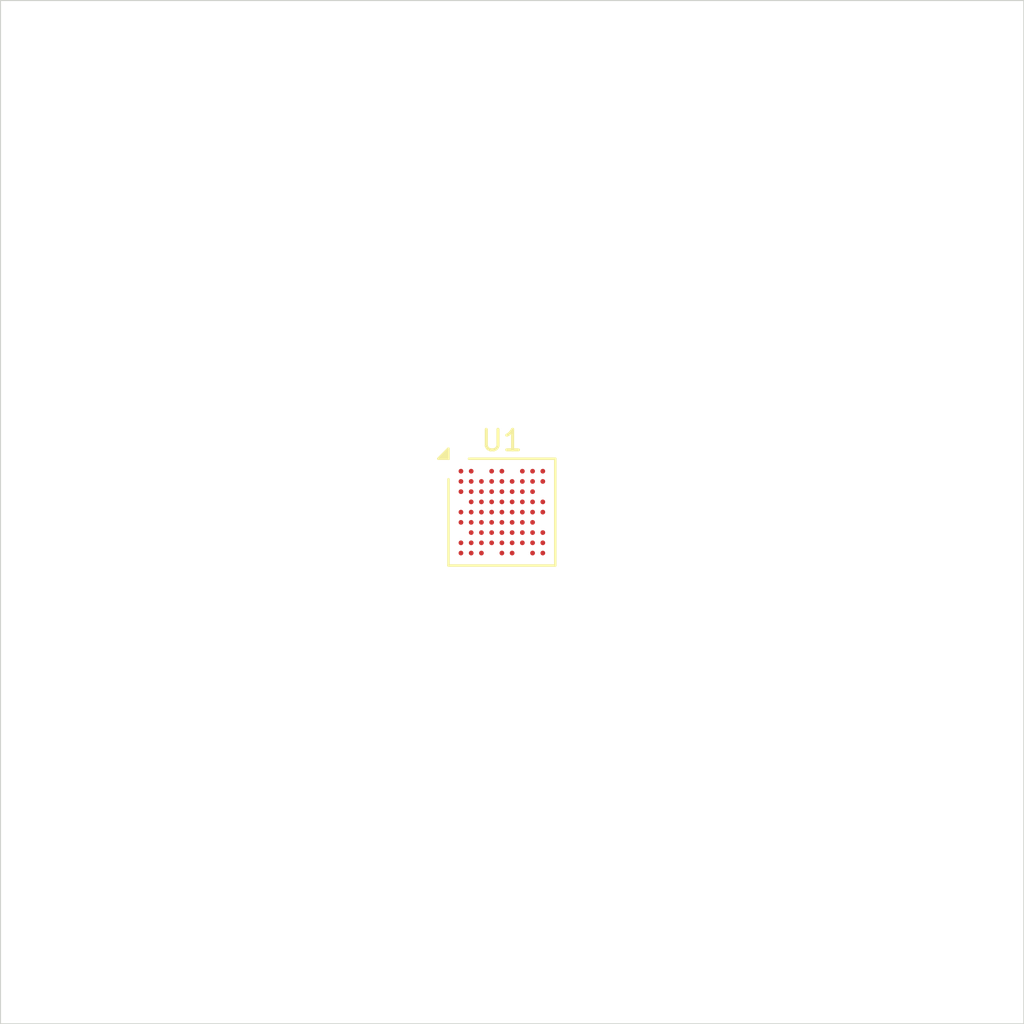
<source format=kicad_pcb>
(kicad_pcb (version 20240108) (generator "pcbnew") (generator_version "8.0")
  (layers (0 "F.Cu" signal) (31 "B.Cu" signal) (34 "B.Paste" user) (35 "F.Paste" user) (36 "B.SilkS" user "B.Silkscreen") (37 "F.SilkS" user "F.Silkscreen") (38 "B.Mask" user) (39 "F.Mask" user) (44 "Edge.Cuts" user))
  (net 0 "")
  (net 3 "Net-(U1-VSSRF-PadG6)")
  (net 7 "Net-(U1-VSS-PadB7)")
  (footprint "Package_BGA:ST_UFBGA-73_5x5mm_Layout9x9_P0.5mm" (layer "F.Cu") (at 144.5 105)
    (property "Reference" "U1" (at 0 -3.5 0) (layer "F.SilkS"))
    (property "Value" "STM32WL55JCIx")
    (fp_line (start -2.61 2.61) (end -2.61 -1.61) (stroke (width 0.12)) (layer "F.SilkS"))
    (fp_line (start -1.61 -2.61) (end 2.61 -2.61) (stroke (width 0.12)) (layer "F.SilkS"))
    (fp_line (start 2.61 -2.61) (end 2.61 2.61) (stroke (width 0.12)) (layer "F.SilkS"))
    (fp_line (start 2.61 2.61) (end -2.61 2.61) (stroke (width 0.12)) (layer "F.SilkS"))
    (fp_poly (pts (xy -2.61 -2.61) (xy -3.11 -2.61) (xy -2.61 -3.11) (xy -2.61 -2.61)) (stroke (width 0.12)) (fill solid) (layer "F.SilkS"))
    (pad "A1" smd circle (at -2 -2) (size 0.23 0.23) (property pad_prop_bga) (layers "F.Cu" "F.Paste" "F.Mask"))
    (pad "A2" smd circle (at -1.5 -2) (size 0.23 0.23) (property pad_prop_bga) (layers "F.Cu" "F.Paste" "F.Mask"))
    (pad "A4" smd circle (at -0.5 -2) (size 0.23 0.23) (property pad_prop_bga) (layers "F.Cu" "F.Paste" "F.Mask"))
    (pad "A5" smd circle (at 0 -2) (size 0.23 0.23) (property pad_prop_bga) (layers "F.Cu" "F.Paste" "F.Mask"))
    (pad "A7" smd circle (at 1 -2) (size 0.23 0.23) (property pad_prop_bga) (layers "F.Cu" "F.Paste" "F.Mask"))
    (pad "A8" smd circle (at 1.5 -2) (size 0.23 0.23) (property pad_prop_bga) (layers "F.Cu" "F.Paste" "F.Mask"))
    (pad "A9" smd circle (at 2 -2) (size 0.23 0.23) (property pad_prop_bga) (layers "F.Cu" "F.Paste" "F.Mask"))
    (pad "B1" smd circle (at -2 -1.5) (size 0.23 0.23) (property pad_prop_bga) (layers "F.Cu" "F.Paste" "F.Mask"))
    (pad "B2" smd circle (at -1.5 -1.5) (size 0.23 0.23) (property pad_prop_bga) (layers "F.Cu" "F.Paste" "F.Mask"))
    (pad "B3" smd circle (at -1 -1.5) (size 0.23 0.23) (property pad_prop_bga) (layers "F.Cu" "F.Paste" "F.Mask"))
    (pad "B4" smd circle (at -0.5 -1.5) (size 0.23 0.23) (property pad_prop_bga) (layers "F.Cu" "F.Paste" "F.Mask"))
    (pad "B5" smd circle (at 0 -1.5) (size 0.23 0.23) (property pad_prop_bga) (layers "F.Cu" "F.Paste" "F.Mask"))
    (pad "B6" smd circle (at 0.5 -1.5) (size 0.23 0.23) (property pad_prop_bga) (layers "F.Cu" "F.Paste" "F.Mask"))
    (pad "B7" smd circle (at 1 -1.5) (size 0.23 0.23) (property pad_prop_bga) (layers "F.Cu" "F.Paste" "F.Mask") (net 7 "Net-(U1-VSS-PadB7)"))
    (pad "B8" smd circle (at 1.5 -1.5) (size 0.23 0.23) (property pad_prop_bga) (layers "F.Cu" "F.Paste" "F.Mask"))
    (pad "B9" smd circle (at 2 -1.5) (size 0.23 0.23) (property pad_prop_bga) (layers "F.Cu" "F.Paste" "F.Mask"))
    (pad "C1" smd circle (at -2 -1) (size 0.23 0.23) (property pad_prop_bga) (layers "F.Cu" "F.Paste" "F.Mask"))
    (pad "C2" smd circle (at -1.5 -1) (size 0.23 0.23) (property pad_prop_bga) (layers "F.Cu" "F.Paste" "F.Mask"))
    (pad "C3" smd circle (at -1 -1) (size 0.23 0.23) (property pad_prop_bga) (layers "F.Cu" "F.Paste" "F.Mask"))
    (pad "C4" smd circle (at -0.5 -1) (size 0.23 0.23) (property pad_prop_bga) (layers "F.Cu" "F.Paste" "F.Mask"))
    (pad "C5" smd circle (at 0 -1) (size 0.23 0.23) (property pad_prop_bga) (layers "F.Cu" "F.Paste" "F.Mask"))
    (pad "C6" smd circle (at 0.5 -1) (size 0.23 0.23) (property pad_prop_bga) (layers "F.Cu" "F.Paste" "F.Mask"))
    (pad "C7" smd circle (at 1 -1) (size 0.23 0.23) (property pad_prop_bga) (layers "F.Cu" "F.Paste" "F.Mask"))
    (pad "C8" smd circle (at 1.5 -1) (size 0.23 0.23) (property pad_prop_bga) (layers "F.Cu" "F.Paste" "F.Mask"))
    (pad "D2" smd circle (at -1.5 -0.5) (size 0.23 0.23) (property pad_prop_bga) (layers "F.Cu" "F.Paste" "F.Mask"))
    (pad "D3" smd circle (at -1 -0.5) (size 0.23 0.23) (property pad_prop_bga) (layers "F.Cu" "F.Paste" "F.Mask"))
    (pad "D4" smd circle (at -0.5 -0.5) (size 0.23 0.23) (property pad_prop_bga) (layers "F.Cu" "F.Paste" "F.Mask"))
    (pad "D5" smd circle (at 0 -0.5) (size 0.23 0.23) (property pad_prop_bga) (layers "F.Cu" "F.Paste" "F.Mask"))
    (pad "D6" smd circle (at 0.5 -0.5) (size 0.23 0.23) (property pad_prop_bga) (layers "F.Cu" "F.Paste" "F.Mask"))
    (pad "D7" smd circle (at 1 -0.5) (size 0.23 0.23) (property pad_prop_bga) (layers "F.Cu" "F.Paste" "F.Mask"))
    (pad "D8" smd circle (at 1.5 -0.5) (size 0.23 0.23) (property pad_prop_bga) (layers "F.Cu" "F.Paste" "F.Mask"))
    (pad "D9" smd circle (at 2 -0.5) (size 0.23 0.23) (property pad_prop_bga) (layers "F.Cu" "F.Paste" "F.Mask") (net 7 "Net-(U1-VSS-PadB7)"))
    (pad "E1" smd circle (at -2 0) (size 0.23 0.23) (property pad_prop_bga) (layers "F.Cu" "F.Paste" "F.Mask"))
    (pad "E2" smd circle (at -1.5 0) (size 0.23 0.23) (property pad_prop_bga) (layers "F.Cu" "F.Paste" "F.Mask"))
    (pad "E3" smd circle (at -1 0) (size 0.23 0.23) (property pad_prop_bga) (layers "F.Cu" "F.Paste" "F.Mask") (net 7 "Net-(U1-VSS-PadB7)"))
    (pad "E4" smd circle (at -0.5 0) (size 0.23 0.23) (property pad_prop_bga) (layers "F.Cu" "F.Paste" "F.Mask"))
    (pad "E5" smd circle (at 0 0) (size 0.23 0.23) (property pad_prop_bga) (layers "F.Cu" "F.Paste" "F.Mask"))
    (pad "E6" smd circle (at 0.5 0) (size 0.23 0.23) (property pad_prop_bga) (layers "F.Cu" "F.Paste" "F.Mask"))
    (pad "E7" smd circle (at 1 0) (size 0.23 0.23) (property pad_prop_bga) (layers "F.Cu" "F.Paste" "F.Mask"))
    (pad "E8" smd circle (at 1.5 0) (size 0.23 0.23) (property pad_prop_bga) (layers "F.Cu" "F.Paste" "F.Mask"))
    (pad "E9" smd circle (at 2 0) (size 0.23 0.23) (property pad_prop_bga) (layers "F.Cu" "F.Paste" "F.Mask"))
    (pad "F1" smd circle (at -2 0.5) (size 0.23 0.23) (property pad_prop_bga) (layers "F.Cu" "F.Paste" "F.Mask"))
    (pad "F2" smd circle (at -1.5 0.5) (size 0.23 0.23) (property pad_prop_bga) (layers "F.Cu" "F.Paste" "F.Mask"))
    (pad "F3" smd circle (at -1 0.5) (size 0.23 0.23) (property pad_prop_bga) (layers "F.Cu" "F.Paste" "F.Mask"))
    (pad "F4" smd circle (at -0.5 0.5) (size 0.23 0.23) (property pad_prop_bga) (layers "F.Cu" "F.Paste" "F.Mask"))
    (pad "F5" smd circle (at 0 0.5) (size 0.23 0.23) (property pad_prop_bga) (layers "F.Cu" "F.Paste" "F.Mask"))
    (pad "F6" smd circle (at 0.5 0.5) (size 0.23 0.23) (property pad_prop_bga) (layers "F.Cu" "F.Paste" "F.Mask"))
    (pad "F7" smd circle (at 1 0.5) (size 0.23 0.23) (property pad_prop_bga) (layers "F.Cu" "F.Paste" "F.Mask"))
    (pad "F8" smd circle (at 1.5 0.5) (size 0.23 0.23) (property pad_prop_bga) (layers "F.Cu" "F.Paste" "F.Mask"))
    (pad "G2" smd circle (at -1.5 1) (size 0.23 0.23) (property pad_prop_bga) (layers "F.Cu" "F.Paste" "F.Mask"))
    (pad "G3" smd circle (at -1 1) (size 0.23 0.23) (property pad_prop_bga) (layers "F.Cu" "F.Paste" "F.Mask"))
    (pad "G4" smd circle (at -0.5 1) (size 0.23 0.23) (property pad_prop_bga) (layers "F.Cu" "F.Paste" "F.Mask"))
    (pad "G5" smd circle (at 0 1) (size 0.23 0.23) (property pad_prop_bga) (layers "F.Cu" "F.Paste" "F.Mask") (net 7 "Net-(U1-VSS-PadB7)"))
    (pad "G6" smd circle (at 0.5 1) (size 0.23 0.23) (property pad_prop_bga) (layers "F.Cu" "F.Paste" "F.Mask") (net 3 "Net-(U1-VSSRF-PadG6)"))
    (pad "G7" smd circle (at 1 1) (size 0.23 0.23) (property pad_prop_bga) (layers "F.Cu" "F.Paste" "F.Mask") (net 3 "Net-(U1-VSSRF-PadG6)"))
    (pad "G8" smd circle (at 1.5 1) (size 0.23 0.23) (property pad_prop_bga) (layers "F.Cu" "F.Paste" "F.Mask") (net 3 "Net-(U1-VSSRF-PadG6)"))
    (pad "G9" smd circle (at 2 1) (size 0.23 0.23) (property pad_prop_bga) (layers "F.Cu" "F.Paste" "F.Mask"))
    (pad "H1" smd circle (at -2 1.5) (size 0.23 0.23) (property pad_prop_bga) (layers "F.Cu" "F.Paste" "F.Mask"))
    (pad "H2" smd circle (at -1.5 1.5) (size 0.23 0.23) (property pad_prop_bga) (layers "F.Cu" "F.Paste" "F.Mask"))
    (pad "H3" smd circle (at -1 1.5) (size 0.23 0.23) (property pad_prop_bga) (layers "F.Cu" "F.Paste" "F.Mask"))
    (pad "H4" smd circle (at -0.5 1.5) (size 0.23 0.23) (property pad_prop_bga) (layers "F.Cu" "F.Paste" "F.Mask"))
    (pad "H5" smd circle (at 0 1.5) (size 0.23 0.23) (property pad_prop_bga) (layers "F.Cu" "F.Paste" "F.Mask"))
    (pad "H6" smd circle (at 0.5 1.5) (size 0.23 0.23) (property pad_prop_bga) (layers "F.Cu" "F.Paste" "F.Mask") (net 3 "Net-(U1-VSSRF-PadG6)"))
    (pad "H7" smd circle (at 1 1.5) (size 0.23 0.23) (property pad_prop_bga) (layers "F.Cu" "F.Paste" "F.Mask"))
    (pad "H8" smd circle (at 1.5 1.5) (size 0.23 0.23) (property pad_prop_bga) (layers "F.Cu" "F.Paste" "F.Mask"))
    (pad "H9" smd circle (at 2 1.5) (size 0.23 0.23) (property pad_prop_bga) (layers "F.Cu" "F.Paste" "F.Mask"))
    (pad "J1" smd circle (at -2 2) (size 0.23 0.23) (property pad_prop_bga) (layers "F.Cu" "F.Paste" "F.Mask"))
    (pad "J2" smd circle (at -1.5 2) (size 0.23 0.23) (property pad_prop_bga) (layers "F.Cu" "F.Paste" "F.Mask"))
    (pad "J3" smd circle (at -1 2) (size 0.23 0.23) (property pad_prop_bga) (layers "F.Cu" "F.Paste" "F.Mask"))
    (pad "J5" smd circle (at 0 2) (size 0.23 0.23) (property pad_prop_bga) (layers "F.Cu" "F.Paste" "F.Mask"))
    (pad "J6" smd circle (at 0.5 2) (size 0.23 0.23) (property pad_prop_bga) (layers "F.Cu" "F.Paste" "F.Mask"))
    (pad "J8" smd circle (at 1.5 2) (size 0.23 0.23) (property pad_prop_bga) (layers "F.Cu" "F.Paste" "F.Mask"))
    (pad "J9" smd circle (at 2 2) (size 0.23 0.23) (property pad_prop_bga) (layers "F.Cu" "F.Paste" "F.Mask"))
  )
  (gr_rect (start 120 80) (end 170 130) (stroke (width 0.05)) (fill none) (layer "Edge.Cuts"))
)
</source>
